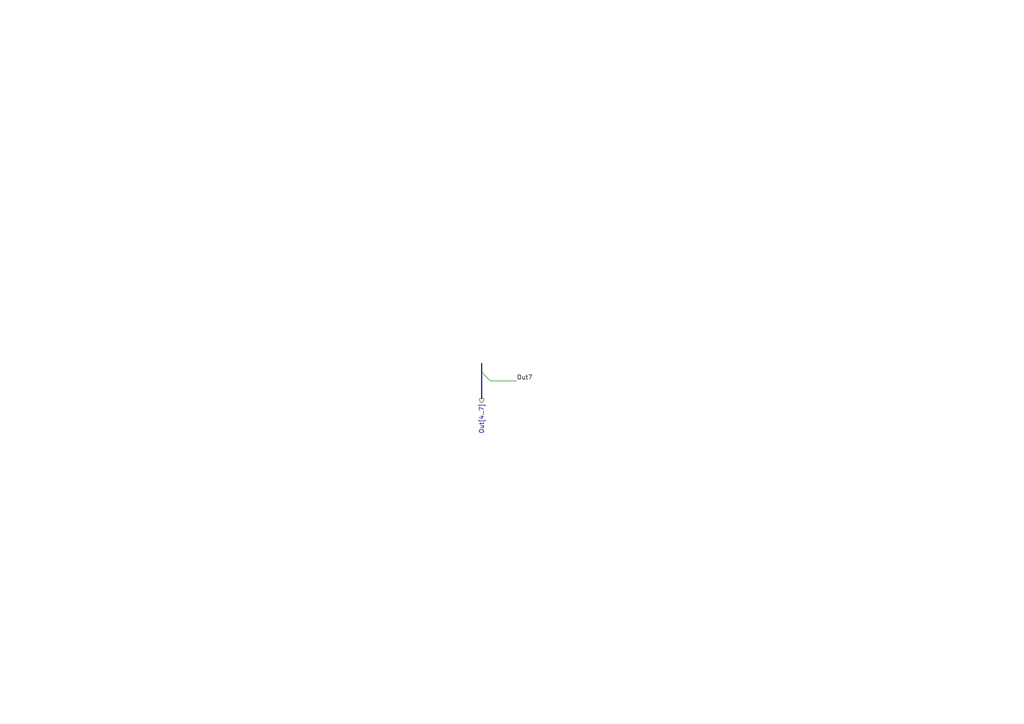
<source format=kicad_sch>
(kicad_sch (version 20211123) (generator eeschema)
  (paper "A4")
  (lib_symbols)
  (bus_entry (at 139.7 107.95) (size 2.54 2.54))
  (bus (pts (xy 139.7 105.41) (xy 139.7 107.95)))
  (wire (pts (xy 142.24 110.49) (xy 149.86 110.49)))
  (bus (pts (xy 139.7 107.95) (xy 139.7 115.57)))
  (label "Out7" (at 149.86 110.49 0))
  (hierarchical_label "Out[4..7]" (shape output) (at 139.7 115.57 270))
)
</source>
